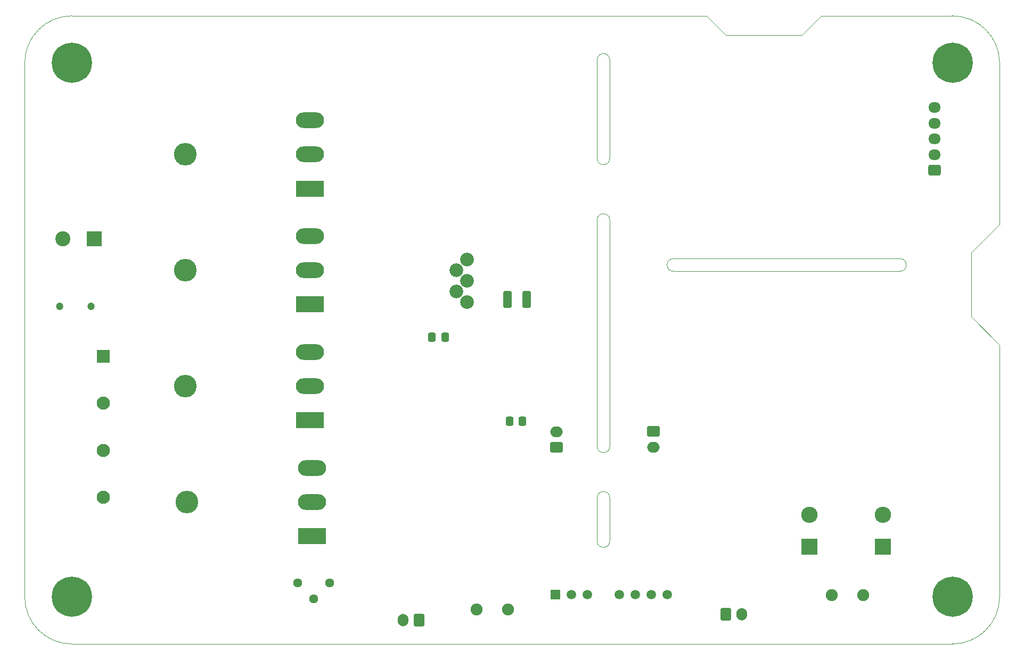
<source format=gbr>
G04 #@! TF.GenerationSoftware,KiCad,Pcbnew,7.0.7+dfsg-1*
G04 #@! TF.CreationDate,2024-12-02T20:39:15+01:00*
G04 #@! TF.ProjectId,evoIII-pulseboard,65766f49-4949-42d7-9075-6c7365626f61,rev?*
G04 #@! TF.SameCoordinates,Original*
G04 #@! TF.FileFunction,Soldermask,Bot*
G04 #@! TF.FilePolarity,Negative*
%FSLAX46Y46*%
G04 Gerber Fmt 4.6, Leading zero omitted, Abs format (unit mm)*
G04 Created by KiCad (PCBNEW 7.0.7+dfsg-1) date 2024-12-02 20:39:15*
%MOMM*%
%LPD*%
G01*
G04 APERTURE LIST*
G04 Aperture macros list*
%AMRoundRect*
0 Rectangle with rounded corners*
0 $1 Rounding radius*
0 $2 $3 $4 $5 $6 $7 $8 $9 X,Y pos of 4 corners*
0 Add a 4 corners polygon primitive as box body*
4,1,4,$2,$3,$4,$5,$6,$7,$8,$9,$2,$3,0*
0 Add four circle primitives for the rounded corners*
1,1,$1+$1,$2,$3*
1,1,$1+$1,$4,$5*
1,1,$1+$1,$6,$7*
1,1,$1+$1,$8,$9*
0 Add four rect primitives between the rounded corners*
20,1,$1+$1,$2,$3,$4,$5,0*
20,1,$1+$1,$4,$5,$6,$7,0*
20,1,$1+$1,$6,$7,$8,$9,0*
20,1,$1+$1,$8,$9,$2,$3,0*%
G04 Aperture macros list end*
%ADD10RoundRect,0.250000X0.600000X0.750000X-0.600000X0.750000X-0.600000X-0.750000X0.600000X-0.750000X0*%
%ADD11O,1.700000X2.000000*%
%ADD12RoundRect,0.250000X-0.600000X-0.750000X0.600000X-0.750000X0.600000X0.750000X-0.600000X0.750000X0*%
%ADD13C,0.800000*%
%ADD14C,6.400000*%
%ADD15R,2.100000X2.100000*%
%ADD16C,2.100000*%
%ADD17RoundRect,0.250000X0.750000X-0.600000X0.750000X0.600000X-0.750000X0.600000X-0.750000X-0.600000X0*%
%ADD18O,2.000000X1.700000*%
%ADD19C,1.200000*%
%ADD20C,2.175000*%
%ADD21RoundRect,0.250000X0.725000X-0.600000X0.725000X0.600000X-0.725000X0.600000X-0.725000X-0.600000X0*%
%ADD22O,1.950000X1.700000*%
%ADD23R,2.600000X2.600000*%
%ADD24O,2.600000X2.600000*%
%ADD25C,1.905000*%
%ADD26R,2.400000X2.400000*%
%ADD27C,2.400000*%
%ADD28RoundRect,0.250000X-0.750000X0.600000X-0.750000X-0.600000X0.750000X-0.600000X0.750000X0.600000X0*%
%ADD29C,1.440000*%
%ADD30R,1.500000X1.500000*%
%ADD31C,1.500000*%
%ADD32O,3.600000X3.600000*%
%ADD33R,4.500000X2.500000*%
%ADD34O,4.500000X2.500000*%
%ADD35RoundRect,0.250000X-0.412500X-1.100000X0.412500X-1.100000X0.412500X1.100000X-0.412500X1.100000X0*%
%ADD36RoundRect,0.250000X0.337500X0.475000X-0.337500X0.475000X-0.337500X-0.475000X0.337500X-0.475000X0*%
%ADD37RoundRect,0.250000X-0.337500X-0.475000X0.337500X-0.475000X0.337500X0.475000X-0.337500X0.475000X0*%
G04 #@! TA.AperFunction,Profile*
%ADD38C,0.100000*%
G04 #@! TD*
G04 APERTURE END LIST*
D10*
X280200000Y-188740000D03*
D11*
X277700000Y-188740000D03*
D12*
X329000000Y-187750000D03*
D11*
X331500000Y-187750000D03*
D13*
X222600000Y-185000000D03*
X223302944Y-183302944D03*
X223302944Y-186697056D03*
X225000000Y-182600000D03*
D14*
X225000000Y-185000000D03*
D13*
X225000000Y-187400000D03*
X226697056Y-183302944D03*
X226697056Y-186697056D03*
X227400000Y-185000000D03*
X222600000Y-100000000D03*
X223302944Y-98302944D03*
X223302944Y-101697056D03*
X225000000Y-97600000D03*
D14*
X225000000Y-100000000D03*
D13*
X225000000Y-102400000D03*
X226697056Y-98302944D03*
X226697056Y-101697056D03*
X227400000Y-100000000D03*
D15*
X230022400Y-146685000D03*
D16*
X230022400Y-154185000D03*
X230022400Y-161685000D03*
X230022400Y-169185000D03*
D17*
X302030000Y-161224600D03*
D18*
X302030000Y-158724600D03*
D19*
X223080000Y-138709400D03*
X228080000Y-138709400D03*
D20*
X287831000Y-138096200D03*
X286131000Y-136396200D03*
X287831000Y-134696200D03*
X286131000Y-132996200D03*
X287831000Y-131296200D03*
D21*
X362150000Y-117100000D03*
D22*
X362150000Y-114600000D03*
X362150000Y-112100000D03*
X362150000Y-109600000D03*
X362150000Y-107100000D03*
D23*
X342277000Y-177004000D03*
D24*
X342277000Y-171924000D03*
D25*
X345833000Y-184766000D03*
X350833000Y-184766000D03*
D13*
X362600000Y-100000000D03*
X363302944Y-98302944D03*
X363302944Y-101697056D03*
X365000000Y-97600000D03*
D14*
X365000000Y-100000000D03*
D13*
X365000000Y-102400000D03*
X366697056Y-98302944D03*
X366697056Y-101697056D03*
X367400000Y-100000000D03*
D26*
X228574600Y-128016000D03*
D27*
X223574600Y-128016000D03*
D28*
X317490000Y-158684600D03*
D18*
X317490000Y-161184600D03*
D29*
X265970000Y-182775000D03*
X263430000Y-185315000D03*
X260890000Y-182775000D03*
D30*
X301880000Y-184670000D03*
D31*
X304420000Y-184670000D03*
X306960000Y-184670000D03*
X312040000Y-184670000D03*
X314580000Y-184670000D03*
X317120000Y-184670000D03*
X319660000Y-184670000D03*
D23*
X353961000Y-177004000D03*
D24*
X353961000Y-171924000D03*
D13*
X362600000Y-185000000D03*
X363302944Y-183302944D03*
X363302944Y-186697056D03*
X365000000Y-182600000D03*
D14*
X365000000Y-185000000D03*
D13*
X365000000Y-187400000D03*
X366697056Y-183302944D03*
X366697056Y-186697056D03*
X367400000Y-185000000D03*
D25*
X289314900Y-186972500D03*
X294314900Y-186972500D03*
D32*
X243010000Y-114550000D03*
D33*
X262870000Y-120000000D03*
D34*
X262870000Y-114550000D03*
X262870000Y-109100000D03*
D35*
X294217500Y-137680000D03*
X297342500Y-137680000D03*
D32*
X243315000Y-169900000D03*
D33*
X263175000Y-175350000D03*
D34*
X263175000Y-169900000D03*
X263175000Y-164450000D03*
D32*
X243030000Y-133000000D03*
D33*
X262890000Y-138450000D03*
D34*
X262890000Y-133000000D03*
X262890000Y-127550000D03*
D36*
X284349100Y-143637000D03*
X282274100Y-143637000D03*
D32*
X243030000Y-151450000D03*
D33*
X262890000Y-156900000D03*
D34*
X262890000Y-151450000D03*
X262890000Y-146000000D03*
D37*
X294593100Y-157048200D03*
X296668100Y-157048200D03*
D38*
X217500000Y-185000000D02*
X217500000Y-100000000D01*
X308515873Y-169241000D02*
X308515873Y-176126000D01*
X225000000Y-92500000D02*
G75*
G03*
X217500000Y-100000000I0J-7500000D01*
G01*
X308515873Y-125000000D02*
X308515873Y-161050000D01*
X365000000Y-192500000D02*
X225000000Y-192500000D01*
X325907400Y-92500000D02*
X328987600Y-95580200D01*
X356681400Y-133154200D02*
G75*
G03*
X356681400Y-131154000I0J1000100D01*
G01*
X217500000Y-185000000D02*
G75*
G03*
X225000000Y-192500000I7500000J0D01*
G01*
X310516127Y-169241000D02*
X310516127Y-176126000D01*
X320631400Y-133158254D02*
X356681400Y-133158254D01*
X328987600Y-95580200D02*
X341045800Y-95580200D01*
X372500000Y-100000000D02*
G75*
G03*
X365000000Y-92500000I-7500000J0D01*
G01*
X320631400Y-131157946D02*
G75*
G03*
X320631400Y-133158254I0J-1000154D01*
G01*
X308519873Y-161050000D02*
G75*
G03*
X310520127Y-161050000I1000127J0D01*
G01*
X308515873Y-176126000D02*
G75*
G03*
X310516127Y-176126000I1000127J0D01*
G01*
X308515873Y-115208873D02*
G75*
G03*
X310516127Y-115208873I1000127J0D01*
G01*
X225000000Y-92500000D02*
X325907400Y-92500000D01*
X365000000Y-192500000D02*
G75*
G03*
X372500000Y-185000000I0J7500000D01*
G01*
X310516127Y-99500000D02*
G75*
G03*
X309516000Y-98499873I-1000127J0D01*
G01*
X356681400Y-131154000D02*
X320631400Y-131154000D01*
X309516000Y-98499873D02*
G75*
G03*
X308515873Y-99500000I0J-1000127D01*
G01*
X372499673Y-125670327D02*
X367990000Y-130180000D01*
X372500000Y-100000000D02*
X372500000Y-125670000D01*
X372500000Y-185000000D02*
X372500000Y-144900000D01*
X310516127Y-169241000D02*
G75*
G03*
X308515873Y-169241000I-1000127J0D01*
G01*
X367990000Y-130180000D02*
X367990000Y-140390000D01*
X310516127Y-125000000D02*
G75*
G03*
X308515873Y-125000000I-1000127J0D01*
G01*
X367990000Y-140390000D02*
X372500055Y-144900055D01*
X308515873Y-115208873D02*
X308515873Y-99500000D01*
X344126000Y-92500000D02*
X365000000Y-92500000D01*
X310520127Y-161050000D02*
X310520127Y-125000000D01*
X341045800Y-95580200D02*
X344126000Y-92500000D01*
X310516127Y-99500000D02*
X310516127Y-115208873D01*
M02*

</source>
